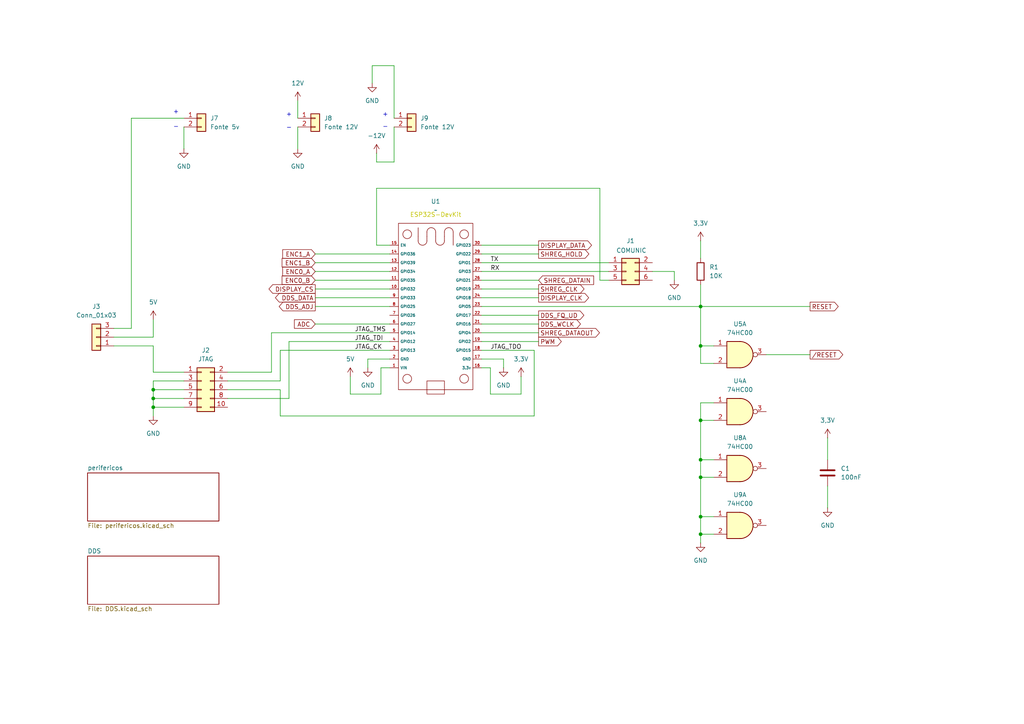
<source format=kicad_sch>
(kicad_sch (version 20231120) (generator "eeschema") (generator_version "8.0")
  (paper "A4")
  (title_block (title "Gerador de sinais"))
  (lib_symbols
    (symbol "74xx:74HC00" (pin_names (offset 1.016))
      (property "Reference" "U" (at 0 1.27 0))
      (property "Value" "74HC00" (at 0 -1.27 0))
      (symbol "74HC00_1_1"
        (arc (start 0 -3.81) (mid 3.7934 0) (end 0 3.81) (stroke (width 0.254)) (fill (type background)))
        (polyline (pts (xy 0 3.81) (xy -3.81 3.81) (xy -3.81 -3.81) (xy 0 -3.81)) (stroke (width 0.254)) (fill (type background)))
        (pin input line (at -7.62 2.54 0) (length 3.81) (name "~") (number "1"))
        (pin input line (at -7.62 -2.54 0) (length 3.81) (name "~") (number "2"))
        (pin output inverted (at 7.62 0 180) (length 3.81) (name "~") (number "3"))
      )
      (symbol "74HC00_1_2"
        (arc (start -3.81 -3.81) (mid -2.589 0) (end -3.81 3.81) (stroke (width 0.254)))
        (arc (start -0.6096 -3.81) (mid 2.1842 -2.5851) (end 3.81 0) (stroke (width 0.254)) (fill (type background)))
        (polyline (pts (xy -3.81 -3.81) (xy -0.635 -3.81)) (stroke (width 0.254)) (fill (type background)))
        (polyline (pts (xy -3.81 3.81) (xy -0.635 3.81)) (stroke (width 0.254)) (fill (type background)))
        (polyline (pts (xy -0.635 3.81) (xy -3.81 3.81) (xy -3.81 3.81) (xy -3.556 3.4036) (xy -3.0226 2.2606) (xy -2.6924 1.0414) (xy -2.6162 -0.254) (xy -2.7686 -1.4986) (xy -3.175 -2.7178) (xy -3.81 -3.81) (xy -3.81 -3.81) (xy -0.635 -3.81)) (stroke (width -25.4)) (fill (type background)))
        (arc (start 3.81 0) (mid 2.1915 2.5936) (end -0.6096 3.81) (stroke (width 0.254)) (fill (type background)))
        (pin input inverted (at -7.62 2.54 0) (length 4.318) (name "~") (number "1"))
        (pin input inverted (at -7.62 -2.54 0) (length 4.318) (name "~") (number "2"))
        (pin output line (at 7.62 0 180) (length 3.81) (name "~") (number "3"))
      )
      (symbol "74HC00_2_1"
        (arc (start 0 -3.81) (mid 3.7934 0) (end 0 3.81) (stroke (width 0.254)) (fill (type background)))
        (polyline (pts (xy 0 3.81) (xy -3.81 3.81) (xy -3.81 -3.81) (xy 0 -3.81)) (stroke (width 0.254)) (fill (type background)))
        (pin input line (at -7.62 2.54 0) (length 3.81) (name "~") (number "4"))
        (pin input line (at -7.62 -2.54 0) (length 3.81) (name "~") (number "5"))
        (pin output inverted (at 7.62 0 180) (length 3.81) (name "~") (number "6"))
      )
      (symbol "74HC00_2_2"
        (arc (start -3.81 -3.81) (mid -2.589 0) (end -3.81 3.81) (stroke (width 0.254)))
        (arc (start -0.6096 -3.81) (mid 2.1842 -2.5851) (end 3.81 0) (stroke (width 0.254)) (fill (type background)))
        (polyline (pts (xy -3.81 -3.81) (xy -0.635 -3.81)) (stroke (width 0.254)) (fill (type background)))
        (polyline (pts (xy -3.81 3.81) (xy -0.635 3.81)) (stroke (width 0.254)) (fill (type background)))
        (polyline (pts (xy -0.635 3.81) (xy -3.81 3.81) (xy -3.81 3.81) (xy -3.556 3.4036) (xy -3.0226 2.2606) (xy -2.6924 1.0414) (xy -2.6162 -0.254) (xy -2.7686 -1.4986) (xy -3.175 -2.7178) (xy -3.81 -3.81) (xy -3.81 -3.81) (xy -0.635 -3.81)) (stroke (width -25.4)) (fill (type background)))
        (arc (start 3.81 0) (mid 2.1915 2.5936) (end -0.6096 3.81) (stroke (width 0.254)) (fill (type background)))
        (pin input inverted (at -7.62 2.54 0) (length 4.318) (name "~") (number "4"))
        (pin input inverted (at -7.62 -2.54 0) (length 4.318) (name "~") (number "5"))
        (pin output line (at 7.62 0 180) (length 3.81) (name "~") (number "6"))
      )
      (symbol "74HC00_3_1"
        (arc (start 0 -3.81) (mid 3.7934 0) (end 0 3.81) (stroke (width 0.254)) (fill (type background)))
        (polyline (pts (xy 0 3.81) (xy -3.81 3.81) (xy -3.81 -3.81) (xy 0 -3.81)) (stroke (width 0.254)) (fill (type background)))
        (pin input line (at -7.62 -2.54 0) (length 3.81) (name "~") (number "10"))
        (pin output inverted (at 7.62 0 180) (length 3.81) (name "~") (number "8"))
        (pin input line (at -7.62 2.54 0) (length 3.81) (name "~") (number "9"))
      )
      (symbol "74HC00_3_2"
        (arc (start -3.81 -3.81) (mid -2.589 0) (end -3.81 3.81) (stroke (width 0.254)))
        (arc (start -0.6096 -3.81) (mid 2.1842 -2.5851) (end 3.81 0) (stroke (width 0.254)) (fill (type background)))
        (polyline (pts (xy -3.81 -3.81) (xy -0.635 -3.81)) (stroke (width 0.254)) (fill (type background)))
        (polyline (pts (xy -3.81 3.81) (xy -0.635 3.81)) (stroke (width 0.254)) (fill (type background)))
        (polyline (pts (xy -0.635 3.81) (xy -3.81 3.81) (xy -3.81 3.81) (xy -3.556 3.4036) (xy -3.0226 2.2606) (xy -2.6924 1.0414) (xy -2.6162 -0.254) (xy -2.7686 -1.4986) (xy -3.175 -2.7178) (xy -3.81 -3.81) (xy -3.81 -3.81) (xy -0.635 -3.81)) (stroke (width -25.4)) (fill (type background)))
        (arc (start 3.81 0) (mid 2.1915 2.5936) (end -0.6096 3.81) (stroke (width 0.254)) (fill (type background)))
        (pin input inverted (at -7.62 -2.54 0) (length 4.318) (name "~") (number "10"))
        (pin output line (at 7.62 0 180) (length 3.81) (name "~") (number "8"))
        (pin input inverted (at -7.62 2.54 0) (length 4.318) (name "~") (number "9"))
      )
      (symbol "74HC00_4_1"
        (arc (start 0 -3.81) (mid 3.7934 0) (end 0 3.81) (stroke (width 0.254)) (fill (type background)))
        (polyline (pts (xy 0 3.81) (xy -3.81 3.81) (xy -3.81 -3.81) (xy 0 -3.81)) (stroke (width 0.254)) (fill (type background)))
        (pin output inverted (at 7.62 0 180) (length 3.81) (name "~") (number "11"))
        (pin input line (at -7.62 2.54 0) (length 3.81) (name "~") (number "12"))
        (pin input line (at -7.62 -2.54 0) (length 3.81) (name "~") (number "13"))
      )
      (symbol "74HC00_4_2"
        (arc (start -3.81 -3.81) (mid -2.589 0) (end -3.81 3.81) (stroke (width 0.254)))
        (arc (start -0.6096 -3.81) (mid 2.1842 -2.5851) (end 3.81 0) (stroke (width 0.254)) (fill (type background)))
        (polyline (pts (xy -3.81 -3.81) (xy -0.635 -3.81)) (stroke (width 0.254)) (fill (type background)))
        (polyline (pts (xy -3.81 3.81) (xy -0.635 3.81)) (stroke (width 0.254)) (fill (type background)))
        (polyline (pts (xy -0.635 3.81) (xy -3.81 3.81) (xy -3.81 3.81) (xy -3.556 3.4036) (xy -3.0226 2.2606) (xy -2.6924 1.0414) (xy -2.6162 -0.254) (xy -2.7686 -1.4986) (xy -3.175 -2.7178) (xy -3.81 -3.81) (xy -3.81 -3.81) (xy -0.635 -3.81)) (stroke (width -25.4)) (fill (type background)))
        (arc (start 3.81 0) (mid 2.1915 2.5936) (end -0.6096 3.81) (stroke (width 0.254)) (fill (type background)))
        (pin output line (at 7.62 0 180) (length 3.81) (name "~") (number "11"))
        (pin input inverted (at -7.62 2.54 0) (length 4.318) (name "~") (number "12"))
        (pin input inverted (at -7.62 -2.54 0) (length 4.318) (name "~") (number "13"))
      )
      (symbol "74HC00_5_0"
        (pin power_in line (at 0 12.7 270) (length 5.08) (name "VCC") (number "14"))
        (pin power_in line (at 0 -12.7 90) (length 5.08) (name "GND") (number "7"))
      )
      (symbol "74HC00_5_1"
        (rectangle (start -5.08 7.62) (end 5.08 -7.62) (stroke (width 0.254)) (fill (type background)))
      )
    )
    (symbol "Connector_Generic:Conn_01x02" (pin_names (offset 1.016) hide)
      (property "Reference" "J" (at 0 2.54 0))
      (property "Value" "Conn_01x02" (at 0 -5.08 0))
      (symbol "Conn_01x02_1_1"
        (rectangle (start -1.27 -2.413) (end 0 -2.667) (stroke (width 0.1524)))
        (rectangle (start -1.27 0.127) (end 0 -0.127) (stroke (width 0.1524)))
        (rectangle (start -1.27 1.27) (end 1.27 -3.81) (stroke (width 0.254)) (fill (type background)))
        (pin passive line (at -5.08 0 0) (length 3.81) (name "Pin_1") (number "1"))
        (pin passive line (at -5.08 -2.54 0) (length 3.81) (name "Pin_2") (number "2"))
      )
    )
    (symbol "Connector_Generic:Conn_01x03" (pin_names (offset 1.016) hide)
      (property "Reference" "J" (at 0 5.08 0))
      (property "Value" "Conn_01x03" (at 0 -5.08 0))
      (symbol "Conn_01x03_1_1"
        (rectangle (start -1.27 -2.413) (end 0 -2.667) (stroke (width 0.1524)))
        (rectangle (start -1.27 0.127) (end 0 -0.127) (stroke (width 0.1524)))
        (rectangle (start -1.27 2.667) (end 0 2.413) (stroke (width 0.1524)))
        (rectangle (start -1.27 3.81) (end 1.27 -3.81) (stroke (width 0.254)) (fill (type background)))
        (pin passive line (at -5.08 2.54 0) (length 3.81) (name "Pin_1") (number "1"))
        (pin passive line (at -5.08 0 0) (length 3.81) (name "Pin_2") (number "2"))
        (pin passive line (at -5.08 -2.54 0) (length 3.81) (name "Pin_3") (number "3"))
      )
    )
    (symbol "Connector_Generic:Conn_02x03_Odd_Even" (pin_names (offset 1.016) hide)
      (property "Reference" "J" (at 1.27 5.08 0))
      (property "Value" "Conn_02x03_Odd_Even" (at 1.27 -5.08 0))
      (symbol "Conn_02x03_Odd_Even_1_1"
        (rectangle (start -1.27 -2.413) (end 0 -2.667) (stroke (width 0.1524)))
        (rectangle (start -1.27 0.127) (end 0 -0.127) (stroke (width 0.1524)))
        (rectangle (start -1.27 2.667) (end 0 2.413) (stroke (width 0.1524)))
        (rectangle (start -1.27 3.81) (end 3.81 -3.81) (stroke (width 0.254)) (fill (type background)))
        (rectangle (start 3.81 -2.413) (end 2.54 -2.667) (stroke (width 0.1524)))
        (rectangle (start 3.81 0.127) (end 2.54 -0.127) (stroke (width 0.1524)))
        (rectangle (start 3.81 2.667) (end 2.54 2.413) (stroke (width 0.1524)))
        (pin passive line (at -5.08 2.54 0) (length 3.81) (name "Pin_1") (number "1"))
        (pin passive line (at 7.62 2.54 180) (length 3.81) (name "Pin_2") (number "2"))
        (pin passive line (at -5.08 0 0) (length 3.81) (name "Pin_3") (number "3"))
        (pin passive line (at 7.62 0 180) (length 3.81) (name "Pin_4") (number "4"))
        (pin passive line (at -5.08 -2.54 0) (length 3.81) (name "Pin_5") (number "5"))
        (pin passive line (at 7.62 -2.54 180) (length 3.81) (name "Pin_6") (number "6"))
      )
    )
    (symbol "Connector_Generic:Conn_02x05_Odd_Even" (pin_names (offset 1.016) hide)
      (property "Reference" "J" (at 1.27 7.62 0))
      (property "Value" "Conn_02x05_Odd_Even" (at 1.27 -7.62 0))
      (symbol "Conn_02x05_Odd_Even_1_1"
        (rectangle (start -1.27 -4.953) (end 0 -5.207) (stroke (width 0.1524)))
        (rectangle (start -1.27 -2.413) (end 0 -2.667) (stroke (width 0.1524)))
        (rectangle (start -1.27 0.127) (end 0 -0.127) (stroke (width 0.1524)))
        (rectangle (start -1.27 2.667) (end 0 2.413) (stroke (width 0.1524)))
        (rectangle (start -1.27 5.207) (end 0 4.953) (stroke (width 0.1524)))
        (rectangle (start -1.27 6.35) (end 3.81 -6.35) (stroke (width 0.254)) (fill (type background)))
        (rectangle (start 3.81 -4.953) (end 2.54 -5.207) (stroke (width 0.1524)))
        (rectangle (start 3.81 -2.413) (end 2.54 -2.667) (stroke (width 0.1524)))
        (rectangle (start 3.81 0.127) (end 2.54 -0.127) (stroke (width 0.1524)))
        (rectangle (start 3.81 2.667) (end 2.54 2.413) (stroke (width 0.1524)))
        (rectangle (start 3.81 5.207) (end 2.54 4.953) (stroke (width 0.1524)))
        (pin passive line (at -5.08 5.08 0) (length 3.81) (name "Pin_1") (number "1"))
        (pin passive line (at 7.62 -5.08 180) (length 3.81) (name "Pin_10") (number "10"))
        (pin passive line (at 7.62 5.08 180) (length 3.81) (name "Pin_2") (number "2"))
        (pin passive line (at -5.08 2.54 0) (length 3.81) (name "Pin_3") (number "3"))
        (pin passive line (at 7.62 2.54 180) (length 3.81) (name "Pin_4") (number "4"))
        (pin passive line (at -5.08 0 0) (length 3.81) (name "Pin_5") (number "5"))
        (pin passive line (at 7.62 0 180) (length 3.81) (name "Pin_6") (number "6"))
        (pin passive line (at -5.08 -2.54 0) (length 3.81) (name "Pin_7") (number "7"))
        (pin passive line (at 7.62 -2.54 180) (length 3.81) (name "Pin_8") (number "8"))
        (pin passive line (at -5.08 -5.08 0) (length 3.81) (name "Pin_9") (number "9"))
      )
    )
    (symbol "Device:C" (pin_numbers hide) (pin_names (offset 0.254))
      (property "Reference" "C" (at 0.635 2.54 0))
      (property "Value" "C" (at 0.635 -2.54 0))
      (symbol "C_0_1"
        (polyline (pts (xy -2.032 -0.762) (xy 2.032 -0.762)) (stroke (width 0.508)))
        (polyline (pts (xy -2.032 0.762) (xy 2.032 0.762)) (stroke (width 0.508)))
      )
      (symbol "C_1_1"
        (pin passive line (at 0 3.81 270) (length 2.794) (name "~") (number "1"))
        (pin passive line (at 0 -3.81 90) (length 2.794) (name "~") (number "2"))
      )
    )
    (symbol "Device:R" (pin_numbers hide) (pin_names (offset 0))
      (property "Reference" "R" (at 2.032 0 90))
      (property "Value" "R" (at 0 0 90))
      (symbol "R_0_1"
        (rectangle (start -1.016 -2.54) (end 1.016 2.54) (stroke (width 0.254)))
      )
      (symbol "R_1_1"
        (pin passive line (at 0 3.81 270) (length 1.27) (name "~") (number "1"))
        (pin passive line (at 0 -3.81 90) (length 1.27) (name "~") (number "2"))
      )
    )
    (symbol "PCM_Espressif:ESP32_30Pin"
      (property "Reference" "U" (at 0 0 0))
      (property "Footprint" "ESP32_30pin" (at 0 -2.54 0))
      (symbol "ESP32_30Pin_0_1"
        (rectangle (start -24.13 10.795) (end 24.13 -10.795))
        (arc (start -22.8675 -1.2775) (mid -22.4933 -2.1733) (end -21.5975 -2.5475))
        (arc (start -22.8675 3.8025) (mid -22.4933 2.9067) (end -21.5975 2.5325))
        (arc (start -21.59 0) (mid -22.4873 -0.3727) (end -22.86 -1.27))
        (arc (start -21.59 5.08) (mid -22.4873 4.7073) (end -22.86 3.81))
        (circle (center -20.955 -8.255) (radius 1.27))
        (circle (center -20.955 8.255) (radius 1.27))
        (arc (start -19.0475 -5.0825) (mid -18.1502 -4.7098) (end -17.7775 -3.8125))
        (arc (start -19.0475 -0.0025) (mid -18.1502 0.3702) (end -17.7775 1.2675))
        (arc (start -17.77 -3.805) (mid -18.1442 -2.9092) (end -19.04 -2.535))
        (arc (start -17.77 1.275) (mid -18.1442 2.1708) (end -19.04 2.545))
        (polyline (pts (xy -21.59 -2.54) (xy -20.32 -2.54)))
        (polyline (pts (xy -21.59 0) (xy -20.32 0)))
        (polyline (pts (xy -21.59 2.54) (xy -20.32 2.54)))
        (polyline (pts (xy -21.59 5.08) (xy -20.32 5.08)))
        (polyline (pts (xy -20.32 -5.08) (xy -22.86 -5.08)))
        (polyline (pts (xy -20.32 5.08) (xy -17.78 5.08)))
        (polyline (pts (xy -19.0475 -5.0825) (xy -20.3175 -5.0825)))
        (polyline (pts (xy -19.0475 -2.5425) (xy -20.3175 -2.5425)))
        (polyline (pts (xy -19.0475 -0.0025) (xy -20.3175 -0.0025)))
        (polyline (pts (xy -19.0475 2.5375) (xy -20.3175 2.5375)))
        (circle (center 20.955 -8.255) (radius 1.27))
        (circle (center 20.955 8.255) (radius 1.27))
        (rectangle (start 21.59 2.54) (end 25.4 -2.54))
      )
      (symbol "ESP32_30Pin_1_1"
        (pin power_out line (at 17.78 -13.335 90) (length 2.54) (name "VIN") (number "1"))
        (pin bidirectional line (at -5.08 -13.335 90) (length 2.54) (name "GPIO32") (number "10"))
        (pin bidirectional line (at -7.62 -13.335 90) (length 2.54) (name "GPIO35") (number "11"))
        (pin bidirectional line (at -10.16 -13.335 90) (length 2.54) (name "GPIO34") (number "12"))
        (pin bidirectional line (at -12.7 -13.335 90) (length 2.54) (name "GPIO39") (number "13"))
        (pin bidirectional line (at -15.24 -13.335 90) (length 2.54) (name "GPIO36") (number "14"))
        (pin bidirectional line (at -17.78 -13.335 90) (length 2.54) (name "EN") (number "15"))
        (pin output line (at 17.78 13.335 270) (length 2.54) (name "3.3v") (number "16"))
        (pin power_in line (at 15.24 13.335 270) (length 2.54) (name "GND") (number "17"))
        (pin bidirectional line (at 12.7 13.335 270) (length 2.54) (name "GPIO15") (number "18"))
        (pin bidirectional line (at 10.16 13.335 270) (length 2.54) (name "GPIO2") (number "19"))
        (pin bidirectional line (at 15.24 -13.335 90) (length 2.54) (name "GND") (number "2"))
        (pin bidirectional line (at 7.62 13.335 270) (length 2.54) (name "GPIO4") (number "20"))
        (pin bidirectional line (at 5.08 13.335 270) (length 2.54) (name "GPIO16") (number "21"))
        (pin bidirectional line (at 2.54 13.335 270) (length 2.54) (name "GPIO17") (number "22"))
        (pin bidirectional line (at 0 13.335 270) (length 2.54) (name "GPIO5") (number "23"))
        (pin bidirectional line (at -2.54 13.335 270) (length 2.54) (name "GPIO18") (number "24"))
        (pin bidirectional line (at -5.08 13.335 270) (length 2.54) (name "GPIO19") (number "25"))
        (pin bidirectional line (at -7.62 13.335 270) (length 2.54) (name "GPIO21") (number "26"))
        (pin bidirectional line (at -10.16 13.335 270) (length 2.54) (name "GPIO3") (number "27"))
        (pin bidirectional line (at -12.7 13.335 270) (length 2.54) (name "GPIO1") (number "28"))
        (pin bidirectional line (at -15.24 13.335 270) (length 2.54) (name "GPIO22") (number "29"))
        (pin bidirectional line (at 12.7 -13.335 90) (length 2.54) (name "GPIO13") (number "3"))
        (pin bidirectional line (at -17.78 13.335 270) (length 2.54) (name "GPIO23") (number "30"))
        (pin bidirectional line (at 10.16 -13.335 90) (length 2.54) (name "GPIO12") (number "4"))
        (pin bidirectional line (at 7.62 -13.335 90) (length 2.54) (name "GPIO14") (number "5"))
        (pin bidirectional line (at 5.08 -13.335 90) (length 2.54) (name "GPIO27") (number "6"))
        (pin bidirectional line (at 2.54 -13.335 90) (length 2.54) (name "GPIO26") (number "7"))
        (pin bidirectional line (at 0 -13.335 90) (length 2.54) (name "GPIO25") (number "8"))
        (pin bidirectional line (at -2.54 -13.335 90) (length 2.54) (name "GPIO33") (number "9"))
      )
    )
    (symbol "power:GND" (power) (pin_numbers hide) (pin_names (offset 0) hide)
      (property "Value" "GND" (at 0 -3.81 0))
      (symbol "GND_0_1"
        (polyline (pts (xy 0 0) (xy 0 -1.27) (xy 1.27 -1.27) (xy 0 -2.54) (xy -1.27 -1.27) (xy 0 -1.27)))
      )
      (symbol "GND_1_1"
        (pin power_in line (at 0 0 270) (length 0) (name "~") (number "1"))
      )
    )
    (symbol "power:VCC" (power) (pin_numbers hide) (pin_names (offset 0) hide)
      (property "Value" "VCC" (at 0 3.556 0))
      (symbol "VCC_0_1"
        (polyline (pts (xy -0.762 1.27) (xy 0 2.54)))
        (polyline (pts (xy 0 0) (xy 0 2.54)))
        (polyline (pts (xy 0 2.54) (xy 0.762 1.27)))
      )
      (symbol "VCC_1_1"
        (pin power_in line (at 0 0 90) (length 0) (name "~") (number "1"))
      )
    )
  )
  (junction (at 44.45 118.11))
  (junction (at 203.2 133.35))
  (junction (at 203.2 88.9))
  (junction (at 44.45 113.03))
  (junction (at 44.45 115.57))
  (junction (at 203.2 154.94))
  (junction (at 203.2 138.43))
  (junction (at 203.2 100.33))
  (junction (at 203.2 121.92))
  (junction (at 203.2 149.86))
  (wire (pts (xy 203.2 88.9) (xy 234.95 88.9)))
  (wire (pts (xy 154.94 101.6) (xy 154.94 120.65)))
  (wire (pts (xy 83.82 99.06) (xy 83.82 115.57)))
  (wire (pts (xy 81.28 101.6) (xy 113.03 101.6)))
  (wire (pts (xy 81.28 101.6) (xy 81.28 110.49)))
  (wire (pts (xy 203.2 138.43) (xy 203.2 149.86)))
  (wire (pts (xy 44.45 118.11) (xy 44.45 115.57)))
  (wire (pts (xy 44.45 113.03) (xy 44.45 110.49)))
  (wire (pts (xy 173.99 81.28) (xy 173.99 54.61)))
  (wire (pts (xy 107.95 19.05) (xy 107.95 24.13)))
  (wire (pts (xy 44.45 115.57) (xy 44.45 113.03)))
  (wire (pts (xy 139.7 73.66) (xy 156.21 73.66)))
  (wire (pts (xy 33.02 100.33) (xy 44.45 100.33)))
  (wire (pts (xy 109.22 71.12) (xy 113.03 71.12)))
  (wire (pts (xy 86.36 29.21) (xy 86.36 34.29)))
  (wire (pts (xy 91.44 78.74) (xy 113.03 78.74)))
  (wire (pts (xy 44.45 120.65) (xy 44.45 118.11)))
  (wire (pts (xy 101.6 114.3) (xy 110.49 114.3)))
  (wire (pts (xy 91.44 88.9) (xy 113.03 88.9)))
  (wire (pts (xy 207.01 105.41) (xy 203.2 105.41)))
  (wire (pts (xy 44.45 115.57) (xy 53.34 115.57)))
  (wire (pts (xy 203.2 116.84) (xy 203.2 121.92)))
  (wire (pts (xy 142.24 114.3) (xy 142.24 106.68)))
  (wire (pts (xy 203.2 133.35) (xy 207.01 133.35)))
  (wire (pts (xy 44.45 118.11) (xy 53.34 118.11)))
  (wire (pts (xy 110.49 114.3) (xy 110.49 106.68)))
  (wire (pts (xy 139.7 101.6) (xy 154.94 101.6)))
  (wire (pts (xy 81.28 120.65) (xy 81.28 113.03)))
  (wire (pts (xy 222.25 102.87) (xy 234.95 102.87)))
  (wire (pts (xy 139.7 76.2) (xy 176.53 76.2)))
  (wire (pts (xy 139.7 78.74) (xy 176.53 78.74)))
  (wire (pts (xy 139.7 81.28) (xy 156.21 81.28)))
  (wire (pts (xy 114.3 46.99) (xy 109.22 46.99)))
  (wire (pts (xy 106.68 104.14) (xy 106.68 106.68)))
  (wire (pts (xy 139.7 83.82) (xy 156.21 83.82)))
  (wire (pts (xy 91.44 93.98) (xy 113.03 93.98)))
  (wire (pts (xy 203.2 88.9) (xy 203.2 100.33)))
  (wire (pts (xy 139.7 106.68) (xy 142.24 106.68)))
  (wire (pts (xy 78.74 96.52) (xy 78.74 107.95)))
  (wire (pts (xy 109.22 54.61) (xy 109.22 71.12)))
  (wire (pts (xy 53.34 34.29) (xy 38.1 34.29)))
  (wire (pts (xy 203.2 149.86) (xy 207.01 149.86)))
  (wire (pts (xy 44.45 100.33) (xy 44.45 107.95)))
  (wire (pts (xy 189.23 78.74) (xy 195.58 78.74)))
  (wire (pts (xy 203.2 121.92) (xy 203.2 133.35)))
  (wire (pts (xy 139.7 104.14) (xy 146.05 104.14)))
  (wire (pts (xy 44.45 92.71) (xy 44.45 97.79)))
  (wire (pts (xy 83.82 99.06) (xy 113.03 99.06)))
  (wire (pts (xy 139.7 88.9) (xy 203.2 88.9)))
  (wire (pts (xy 154.94 120.65) (xy 81.28 120.65)))
  (wire (pts (xy 44.45 110.49) (xy 53.34 110.49)))
  (wire (pts (xy 44.45 113.03) (xy 53.34 113.03)))
  (wire (pts (xy 44.45 107.95) (xy 53.34 107.95)))
  (wire (pts (xy 109.22 46.99) (xy 109.22 44.45)))
  (wire (pts (xy 173.99 54.61) (xy 109.22 54.61)))
  (wire (pts (xy 139.7 96.52) (xy 156.21 96.52)))
  (wire (pts (xy 101.6 109.22) (xy 101.6 114.3)))
  (wire (pts (xy 113.03 104.14) (xy 106.68 104.14)))
  (wire (pts (xy 91.44 81.28) (xy 113.03 81.28)))
  (wire (pts (xy 114.3 34.29) (xy 114.3 19.05)))
  (wire (pts (xy 66.04 115.57) (xy 83.82 115.57)))
  (wire (pts (xy 91.44 86.36) (xy 113.03 86.36)))
  (wire (pts (xy 203.2 121.92) (xy 207.01 121.92)))
  (wire (pts (xy 203.2 154.94) (xy 207.01 154.94)))
  (wire (pts (xy 139.7 91.44) (xy 156.21 91.44)))
  (wire (pts (xy 33.02 97.79) (xy 44.45 97.79)))
  (wire (pts (xy 114.3 19.05) (xy 107.95 19.05)))
  (wire (pts (xy 240.03 140.97) (xy 240.03 147.32)))
  (wire (pts (xy 66.04 107.95) (xy 78.74 107.95)))
  (wire (pts (xy 38.1 95.25) (xy 33.02 95.25)))
  (wire (pts (xy 203.2 100.33) (xy 207.01 100.33)))
  (wire (pts (xy 139.7 86.36) (xy 156.21 86.36)))
  (wire (pts (xy 66.04 113.03) (xy 81.28 113.03)))
  (wire (pts (xy 240.03 127) (xy 240.03 133.35)))
  (wire (pts (xy 91.44 83.82) (xy 113.03 83.82)))
  (wire (pts (xy 53.34 36.83) (xy 53.34 43.18)))
  (wire (pts (xy 86.36 36.83) (xy 86.36 43.18)))
  (wire (pts (xy 195.58 78.74) (xy 195.58 81.28)))
  (wire (pts (xy 91.44 76.2) (xy 113.03 76.2)))
  (wire (pts (xy 146.05 104.14) (xy 146.05 106.68)))
  (wire (pts (xy 91.44 73.66) (xy 113.03 73.66)))
  (wire (pts (xy 203.2 149.86) (xy 203.2 154.94)))
  (wire (pts (xy 38.1 34.29) (xy 38.1 95.25)))
  (wire (pts (xy 151.13 109.22) (xy 151.13 114.3)))
  (wire (pts (xy 203.2 82.55) (xy 203.2 88.9)))
  (wire (pts (xy 151.13 114.3) (xy 142.24 114.3)))
  (wire (pts (xy 139.7 93.98) (xy 156.21 93.98)))
  (wire (pts (xy 203.2 154.94) (xy 203.2 157.48)))
  (wire (pts (xy 203.2 100.33) (xy 203.2 105.41)))
  (wire (pts (xy 203.2 69.85) (xy 203.2 74.93)))
  (wire (pts (xy 176.53 81.28) (xy 173.99 81.28)))
  (wire (pts (xy 207.01 116.84) (xy 203.2 116.84)))
  (wire (pts (xy 110.49 106.68) (xy 113.03 106.68)))
  (wire (pts (xy 139.7 71.12) (xy 156.21 71.12)))
  (wire (pts (xy 139.7 99.06) (xy 156.21 99.06)))
  (wire (pts (xy 66.04 110.49) (xy 81.28 110.49)))
  (wire (pts (xy 203.2 138.43) (xy 207.01 138.43)))
  (wire (pts (xy 203.2 133.35) (xy 203.2 138.43)))
  (wire (pts (xy 114.3 36.83) (xy 114.3 46.99)))
  (wire (pts (xy 78.74 96.52) (xy 113.03 96.52)))
  (text "+" (at 83.82 33.274 0) (effects (font (size 1.27 1.27))))
  (text "-" (at 51.054 36.83 0) (effects (font (size 1.27 1.27))))
  (text "-" (at 111.76 36.83 0) (effects (font (size 1.27 1.27))))
  (text "+" (at 111.76 33.274 0) (effects (font (size 1.27 1.27))))
  (text "+" (at 51.054 32.512 0) (effects (font (size 1.27 1.27))))
  (text "-" (at 83.82 37.084 0) (effects (font (size 1.27 1.27))))
  (label "JTAG_TDI" (at 102.87 99.06 0))
  (label "RX" (at 142.24 78.74 0))
  (label "TX" (at 142.24 76.2 0))
  (label "JTAG_TDO" (at 142.24 101.6 0))
  (label "JTAG_TMS" (at 102.87 96.52 0))
  (label "JTAG_CK" (at 102.87 101.6 0))
  (global_label "DDS_FQ_UD" (shape output) (at 156.21 91.44 0) (property "Intersheetrefs" "${INTERSHEET_REFS}" (effects (hide yes))))
  (global_label "RESET" (shape output) (at 234.95 88.9 0) (property "Intersheetrefs" "${INTERSHEET_REFS}" (effects (hide yes))))
  (global_label "ENC0_B" (shape input) (at 91.44 81.28 180) (property "Intersheetrefs" "${INTERSHEET_REFS}" (effects (hide yes))))
  (global_label "ENC1_A" (shape input) (at 91.44 73.66 180) (property "Intersheetrefs" "${INTERSHEET_REFS}" (effects (hide yes))))
  (global_label "DDS_DATA" (shape output) (at 91.44 86.36 180) (property "Intersheetrefs" "${INTERSHEET_REFS}" (effects (hide yes))))
  (global_label "SHREG_HOLD" (shape output) (at 156.21 73.66 0) (property "Intersheetrefs" "${INTERSHEET_REFS}" (effects (hide yes))))
  (global_label "{slash}RESET" (shape output) (at 234.95 102.87 0) (property "Intersheetrefs" "${INTERSHEET_REFS}" (effects (hide yes))))
  (global_label "PWM" (shape output) (at 156.21 99.06 0) (property "Intersheetrefs" "${INTERSHEET_REFS}" (effects (hide yes))))
  (global_label "DDS_ADJ" (shape output) (at 91.44 88.9 180) (property "Intersheetrefs" "${INTERSHEET_REFS}" (effects (hide yes))))
  (global_label "SHREG_DATAOUT" (shape output) (at 156.21 96.52 0) (property "Intersheetrefs" "${INTERSHEET_REFS}" (effects (hide yes))))
  (global_label "DISPLAY_CLK" (shape output) (at 156.21 86.36 0) (property "Intersheetrefs" "${INTERSHEET_REFS}" (effects (hide yes))))
  (global_label "ENC1_B" (shape input) (at 91.44 76.2 180) (property "Intersheetrefs" "${INTERSHEET_REFS}" (effects (hide yes))))
  (global_label "ENC0_A" (shape input) (at 91.44 78.74 180) (property "Intersheetrefs" "${INTERSHEET_REFS}" (effects (hide yes))))
  (global_label "ADC" (shape input) (at 91.44 93.98 180) (property "Intersheetrefs" "${INTERSHEET_REFS}" (effects (hide yes))))
  (global_label "DDS_WCLK" (shape output) (at 156.21 93.98 0) (property "Intersheetrefs" "${INTERSHEET_REFS}" (effects (hide yes))))
  (global_label "SHREG_DATAIN" (shape input) (at 156.21 81.28 0) (property "Intersheetrefs" "${INTERSHEET_REFS}" (effects (hide yes))))
  (global_label "DISPLAY_CS" (shape output) (at 91.44 83.82 180) (property "Intersheetrefs" "${INTERSHEET_REFS}" (effects (hide yes))))
  (global_label "SHREG_CLK" (shape output) (at 156.21 83.82 0) (property "Intersheetrefs" "${INTERSHEET_REFS}" (effects (hide yes))))
  (global_label "DISPLAY_DATA" (shape output) (at 156.21 71.12 0) (property "Intersheetrefs" "${INTERSHEET_REFS}" (effects (hide yes))))
  (symbol (lib_id "power:VCC") (at 151.13 109.22 0) (unit 1)
    (property "Reference" "#PWR4" (effects (hide yes)))
    (property "Value" "3,3V" (at 151.13 104.14 0))
    (property "Description" "Power symbol creates a global label with name \"VCC\"" (effects (hide yes)))
  )
  (symbol (lib_id "Connector_Generic:Conn_02x05_Odd_Even") (at 58.42 113.03 0) (unit 1)
    (property "Reference" "J2" (at 59.69 101.6 0))
    (property "Value" "JTAG" (at 59.69 104.14 0))
    (property "Description" "Generic connector, double row, 02x05, odd/even pin numbering scheme (row 1 odd numbers, row 2 even numbers), script generated (kicad-library-utils/schlib/autogen/connector/)" (effects (hide yes)))
  )
  (symbol (lib_id "power:GND") (at 106.68 106.68 0) (unit 1)
    (property "Reference" "#PWR2" (effects (hide yes)))
    (property "Value" "GND" (at 106.68 111.76 0))
    (property "Description" "Power symbol creates a global label with name \"GND\" , ground" (effects (hide yes)))
  )
  (symbol (lib_id "power:VCC") (at 44.45 92.71 0) (unit 1)
    (property "Reference" "#PWR5" (effects (hide yes)))
    (property "Value" "5V" (at 44.45 87.63 0))
    (property "Description" "Power symbol creates a global label with name \"VCC\"" (effects (hide yes)))
  )
  (symbol (lib_id "Device:C") (at 240.03 137.16 0) (unit 1)
    (property "Reference" "C1" (at 243.84 135.8899 0) (effects (justify left)))
    (property "Value" "100nF" (at 243.84 138.4299 0) (effects (justify left)))
    (property "Description" "Unpolarized capacitor" (effects (hide yes)))
  )
  (symbol (lib_id "power:GND") (at 44.45 120.65 0) (unit 1)
    (property "Reference" "#PWR6" (effects (hide yes)))
    (property "Value" "GND" (at 44.45 125.73 0))
    (property "Description" "Power symbol creates a global label with name \"GND\" , ground" (effects (hide yes)))
  )
  (symbol (lib_id "Connector_Generic:Conn_02x03_Odd_Even") (at 181.61 78.74 0) (unit 1)
    (property "Reference" "J1" (at 182.88 69.85 0))
    (property "Value" "COMUNIC" (at 183.134 72.644 0))
    (property "Description" "Generic connector, double row, 02x03, odd/even pin numbering scheme (row 1 odd numbers, row 2 even numbers), script generated (kicad-library-utils/schlib/autogen/connector/)" (effects (hide yes)))
  )
  (symbol (lib_id "power:VCC") (at 203.2 69.85 0) (unit 1)
    (property "Reference" "#PWR29" (effects (hide yes)))
    (property "Value" "3,3V" (at 203.2 64.77 0))
    (property "Description" "Power symbol creates a global label with name \"VCC\"" (effects (hide yes)))
  )
  (symbol (lib_id "power:GND") (at 86.36 43.18 0) (unit 1)
    (property "Reference" "#PWR48" (effects (hide yes)))
    (property "Value" "GND" (at 86.36 48.26 0))
    (property "Description" "Power symbol creates a global label with name \"GND\" , ground" (effects (hide yes)))
  )
  (symbol (lib_id "power:VCC") (at 240.03 127 0) (unit 1)
    (property "Reference" "#PWR12" (effects (hide yes)))
    (property "Value" "3,3V" (at 240.03 121.92 0))
    (property "Description" "Power symbol creates a global label with name \"VCC\"" (effects (hide yes)))
  )
  (symbol (lib_id "Connector_Generic:Conn_01x03") (at 27.94 97.79 180) (unit 1)
    (property "Reference" "J3" (at 27.94 88.9 0))
    (property "Value" "Conn_01x03" (at 27.94 91.44 0))
    (property "Description" "Generic connector, single row, 01x03, script generated (kicad-library-utils/schlib/autogen/connector/)" (effects (hide yes)))
  )
  (symbol (lib_id "power:GND") (at 240.03 147.32 0) (unit 1)
    (property "Reference" "#PWR11" (effects (hide yes)))
    (property "Value" "GND" (at 240.03 152.4 0))
    (property "Description" "Power symbol creates a global label with name \"GND\" , ground" (effects (hide yes)))
  )
  (symbol (lib_id "power:GND") (at 203.2 157.48 0) (unit 1)
    (property "Reference" "#PWR21" (effects (hide yes)))
    (property "Value" "GND" (at 203.2 162.56 0))
    (property "Description" "Power symbol creates a global label with name \"GND\" , ground" (effects (hide yes)))
  )
  (symbol (lib_id "power:VCC") (at 86.36 29.21 0) (unit 1)
    (property "Reference" "#PWR50" (effects (hide yes)))
    (property "Value" "12V" (at 86.36 24.13 0))
    (property "Description" "Power symbol creates a global label with name \"VCC\"" (effects (hide yes)))
  )
  (symbol (lib_id "power:GND") (at 107.95 24.13 0) (unit 1)
    (property "Reference" "#PWR49" (effects (hide yes)))
    (property "Value" "GND" (at 107.95 29.21 0))
    (property "Description" "Power symbol creates a global label with name \"GND\" , ground" (effects (hide yes)))
  )
  (symbol (lib_id "power:VCC") (at 109.22 44.45 0) (unit 1)
    (property "Reference" "#PWR51" (effects (hide yes)))
    (property "Value" "-12V" (at 109.22 39.37 0))
    (property "Description" "Power symbol creates a global label with name \"VCC\"" (effects (hide yes)))
  )
  (symbol (lib_id "Connector_Generic:Conn_01x02") (at 119.38 34.29 0) (unit 1)
    (property "Reference" "J9" (at 121.92 34.2899 0) (effects (justify left)))
    (property "Value" "Fonte 12V" (at 121.92 36.8299 0) (effects (justify left)))
    (property "Description" "Generic connector, single row, 01x02, script generated (kicad-library-utils/schlib/autogen/connector/)" (effects (hide yes)))
  )
  (symbol (lib_id "74xx:74HC00") (at 214.63 152.4 0) (unit 1)
    (property "Reference" "U9" (at 214.6217 143.51 0))
    (property "Value" "74HC00" (at 214.6217 146.05 0))
    (property "Datasheet" "http://www.ti.com/lit/gpn/sn74hc00" (effects (hide yes)))
    (property "Description" "quad 2-input NAND gate" (effects (hide yes)))
  )
  (symbol (lib_id "power:GND") (at 146.05 106.68 0) (unit 1)
    (property "Reference" "#PWR3" (effects (hide yes)))
    (property "Value" "GND" (at 146.05 111.76 0))
    (property "Description" "Power symbol creates a global label with name \"GND\" , ground" (effects (hide yes)))
  )
  (symbol (lib_id "power:VCC") (at 101.6 109.22 0) (unit 1)
    (property "Reference" "#PWR1" (effects (hide yes)))
    (property "Value" "5V" (at 101.6 104.14 0))
    (property "Description" "Power symbol creates a global label with name \"VCC\"" (effects (hide yes)))
  )
  (symbol (lib_id "PCM_Espressif:ESP32_30Pin") (at 126.365 88.9 270) (unit 1)
    (property "Reference" "U1" (at 126.365 58.42 90))
    (property "Value" "~" (at 126.365 60.96 90))
    (property "Footprint" "ESP32S-DevKit" (at 126.365 62.23 90))
  )
  (symbol (lib_id "Connector_Generic:Conn_01x02") (at 91.44 34.29 0) (unit 1)
    (property "Reference" "J8" (at 93.98 34.2899 0) (effects (justify left)))
    (property "Value" "Fonte 12V" (at 93.98 36.8299 0) (effects (justify left)))
    (property "Description" "Generic connector, single row, 01x02, script generated (kicad-library-utils/schlib/autogen/connector/)" (effects (hide yes)))
  )
  (symbol (lib_id "74xx:74HC00") (at 214.63 119.38 0) (unit 1)
    (property "Reference" "U4" (at 214.6217 110.49 0))
    (property "Value" "74HC00" (at 214.6217 113.03 0))
    (property "Datasheet" "http://www.ti.com/lit/gpn/sn74hc00" (effects (hide yes)))
    (property "Description" "quad 2-input NAND gate" (effects (hide yes)))
  )
  (symbol (lib_id "power:GND") (at 195.58 81.28 0) (unit 1)
    (property "Reference" "#PWR7" (effects (hide yes)))
    (property "Value" "GND" (at 195.58 86.36 0))
    (property "Description" "Power symbol creates a global label with name \"GND\" , ground" (effects (hide yes)))
  )
  (symbol (lib_id "Device:R") (at 203.2 78.74 0) (unit 1)
    (property "Reference" "R1" (at 205.74 77.4699 0) (effects (justify left)))
    (property "Value" "10K" (at 205.74 80.0099 0) (effects (justify left)))
    (property "Description" "Resistor" (effects (hide yes)))
  )
  (symbol (lib_id "Connector_Generic:Conn_01x02") (at 58.42 34.29 0) (unit 1)
    (property "Reference" "J7" (at 60.96 34.2899 0) (effects (justify left)))
    (property "Value" "Fonte 5v" (at 60.96 36.8299 0) (effects (justify left)))
    (property "Description" "Generic connector, single row, 01x02, script generated (kicad-library-utils/schlib/autogen/connector/)" (effects (hide yes)))
  )
  (symbol (lib_id "power:GND") (at 53.34 43.18 0) (unit 1)
    (property "Reference" "#PWR47" (effects (hide yes)))
    (property "Value" "GND" (at 53.34 48.26 0))
    (property "Description" "Power symbol creates a global label with name \"GND\" , ground" (effects (hide yes)))
  )
  (symbol (lib_id "74xx:74HC00") (at 214.63 135.89 0) (unit 1)
    (property "Reference" "U8" (at 214.6217 127 0))
    (property "Value" "74HC00" (at 214.6217 129.54 0))
    (property "Datasheet" "http://www.ti.com/lit/gpn/sn74hc00" (effects (hide yes)))
    (property "Description" "quad 2-input NAND gate" (effects (hide yes)))
  )
  (symbol (lib_id "74xx:74HC00") (at 214.63 102.87 0) (unit 1)
    (property "Reference" "U5" (at 214.6217 93.98 0))
    (property "Value" "74HC00" (at 214.6217 96.52 0))
    (property "Datasheet" "http://www.ti.com/lit/gpn/sn74hc00" (effects (hide yes)))
    (property "Description" "quad 2-input NAND gate" (effects (hide yes)))
  )
  (sheet (at 25.4 137.16) (size 38.1 13.97) (stroke (width 0.1524))
    (property "Sheetname" "perifericos" (at 25.4 136.4484 0) (effects (justify left bottom)))
    (property "Sheetfile" "perifericos.kicad_sch" (at 25.4 151.7146 0) (effects (justify left top)))
  )
  (sheet (at 25.4 161.29) (size 38.1 13.97) (stroke (width 0.1524))
    (property "Sheetname" "DDS" (at 25.4 160.5784 0) (effects (justify left bottom)))
    (property "Sheetfile" "DDS.kicad_sch" (at 25.4 175.8446 0) (effects (justify left top)))
  )
)
</source>
